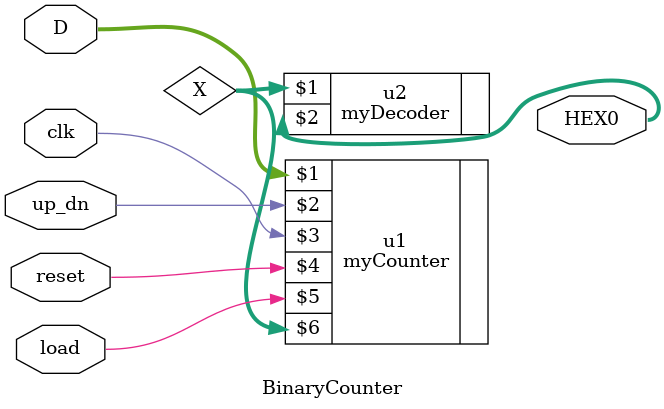
<source format=v>
module BinaryCounter (
	input [3:0] D,
	input up_dn,
	input clk,
	input reset,
	input load,
	output [6:0] HEX0 
	);
	
	wire [3:0] X;
	
	myCounter u1(D,up_dn,clk,reset,load,X);
	myDecoder u2(X[3:0], HEX0);
	
	endmodule 
</source>
